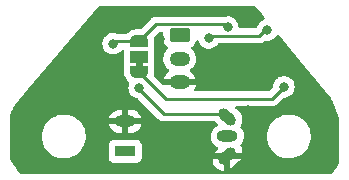
<source format=gbr>
%TF.GenerationSoftware,KiCad,Pcbnew,(7.0.0-0)*%
%TF.CreationDate,2023-03-02T14:09:57-08:00*%
%TF.ProjectId,Tap_Photosensor_PCB,5461705f-5068-46f7-946f-73656e736f72,rev?*%
%TF.SameCoordinates,Original*%
%TF.FileFunction,Copper,L2,Bot*%
%TF.FilePolarity,Positive*%
%FSLAX46Y46*%
G04 Gerber Fmt 4.6, Leading zero omitted, Abs format (unit mm)*
G04 Created by KiCad (PCBNEW (7.0.0-0)) date 2023-03-02 14:09:57*
%MOMM*%
%LPD*%
G01*
G04 APERTURE LIST*
G04 Aperture macros list*
%AMRoundRect*
0 Rectangle with rounded corners*
0 $1 Rounding radius*
0 $2 $3 $4 $5 $6 $7 $8 $9 X,Y pos of 4 corners*
0 Add a 4 corners polygon primitive as box body*
4,1,4,$2,$3,$4,$5,$6,$7,$8,$9,$2,$3,0*
0 Add four circle primitives for the rounded corners*
1,1,$1+$1,$2,$3*
1,1,$1+$1,$4,$5*
1,1,$1+$1,$6,$7*
1,1,$1+$1,$8,$9*
0 Add four rect primitives between the rounded corners*
20,1,$1+$1,$2,$3,$4,$5,0*
20,1,$1+$1,$4,$5,$6,$7,0*
20,1,$1+$1,$6,$7,$8,$9,0*
20,1,$1+$1,$8,$9,$2,$3,0*%
%AMHorizOval*
0 Thick line with rounded ends*
0 $1 width*
0 $2 $3 position (X,Y) of the first rounded end (center of the circle)*
0 $4 $5 position (X,Y) of the second rounded end (center of the circle)*
0 Add line between two ends*
20,1,$1,$2,$3,$4,$5,0*
0 Add two circle primitives to create the rounded ends*
1,1,$1,$2,$3*
1,1,$1,$4,$5*%
%AMFreePoly0*
4,1,19,0.550000,-0.750000,0.000000,-0.750000,0.000000,-0.744911,-0.071157,-0.744911,-0.207708,-0.704816,-0.327430,-0.627875,-0.420627,-0.520320,-0.479746,-0.390866,-0.500000,-0.250000,-0.500000,0.250000,-0.479746,0.390866,-0.420627,0.520320,-0.327430,0.627875,-0.207708,0.704816,-0.071157,0.744911,0.000000,0.744911,0.000000,0.750000,0.550000,0.750000,0.550000,-0.750000,0.550000,-0.750000,
$1*%
%AMFreePoly1*
4,1,19,0.000000,0.744911,0.071157,0.744911,0.207708,0.704816,0.327430,0.627875,0.420627,0.520320,0.479746,0.390866,0.500000,0.250000,0.500000,-0.250000,0.479746,-0.390866,0.420627,-0.520320,0.327430,-0.627875,0.207708,-0.704816,0.071157,-0.744911,0.000000,-0.744911,0.000000,-0.750000,-0.550000,-0.750000,-0.550000,0.750000,0.000000,0.750000,0.000000,0.744911,0.000000,0.744911,
$1*%
G04 Aperture macros list end*
%TA.AperFunction,ComponentPad*%
%ADD10RoundRect,0.250000X-0.625000X0.350000X-0.625000X-0.350000X0.625000X-0.350000X0.625000X0.350000X0*%
%TD*%
%TA.AperFunction,ComponentPad*%
%ADD11O,1.750000X1.200000*%
%TD*%
%TA.AperFunction,ComponentPad*%
%ADD12R,1.782000X0.958000*%
%TD*%
%TA.AperFunction,ComponentPad*%
%ADD13O,1.782000X0.958000*%
%TD*%
%TA.AperFunction,ComponentPad*%
%ADD14HorizOval,0.955000X0.279101X-0.263011X-0.279101X0.263011X0*%
%TD*%
%TA.AperFunction,ComponentPad*%
%ADD15HorizOval,0.955000X0.279101X0.263011X-0.279101X-0.263011X0*%
%TD*%
%TA.AperFunction,SMDPad,CuDef*%
%ADD16FreePoly0,90.000000*%
%TD*%
%TA.AperFunction,SMDPad,CuDef*%
%ADD17R,1.500000X1.000000*%
%TD*%
%TA.AperFunction,SMDPad,CuDef*%
%ADD18FreePoly1,90.000000*%
%TD*%
%TA.AperFunction,ViaPad*%
%ADD19C,0.800000*%
%TD*%
%TA.AperFunction,Conductor*%
%ADD20C,0.250000*%
%TD*%
G04 APERTURE END LIST*
%TO.C,JP1*%
G36*
X109550000Y-59650000D02*
G01*
X108950000Y-59650000D01*
X108950000Y-59150000D01*
X109550000Y-59150000D01*
X109550000Y-59650000D01*
G37*
%TD*%
D10*
%TO.P,J1,1,Pin_1*%
%TO.N,Vin*%
X112675000Y-56925000D03*
D11*
%TO.P,J1,2,Pin_2*%
%TO.N,SIG*%
X112674999Y-58924999D03*
%TO.P,J1,3,Pin_3*%
%TO.N,GND*%
X112674999Y-60924999D03*
%TD*%
D12*
%TO.P,U1,1,ANODE*%
%TO.N,Net-(U1-ANODE)*%
X108067999Y-66769999D03*
D13*
%TO.P,U1,2,CATHODE*%
%TO.N,GND*%
X108067999Y-64229999D03*
D14*
%TO.P,U1,3,VCC*%
%TO.N,+5V*%
X116731999Y-63846999D03*
D13*
%TO.P,U1,4,OUTPUT*%
%TO.N,SIG*%
X116731999Y-65499999D03*
D15*
%TO.P,U1,5,GROUND*%
%TO.N,GND*%
X116731999Y-67152999D03*
%TD*%
D16*
%TO.P,JP1,1,A*%
%TO.N,/fb*%
X109250000Y-60050000D03*
D17*
%TO.P,JP1,2,C*%
%TO.N,+5V*%
X109249999Y-58749999D03*
D18*
%TO.P,JP1,3,B*%
%TO.N,Vcc*%
X109250000Y-57450000D03*
%TD*%
D19*
%TO.N,GND*%
X118500000Y-63300000D03*
X102900000Y-61000000D03*
X111003608Y-57275500D03*
X106925000Y-55925000D03*
X106200000Y-67800000D03*
X122857350Y-60363974D03*
X118600000Y-68200000D03*
%TO.N,+5V*%
X109250000Y-58750000D03*
X109250000Y-61375000D03*
%TO.N,/fb*%
X121500000Y-61300000D03*
X120100000Y-56500000D03*
X115150000Y-57150000D03*
%TO.N,Vcc*%
X107042872Y-57649500D03*
X116752458Y-56250989D03*
%TD*%
D20*
%TO.N,+5V*%
X109250000Y-61375000D02*
X109250000Y-61500000D01*
X111345000Y-63595000D02*
X116465000Y-63595000D01*
X109250000Y-61500000D02*
X111345000Y-63595000D01*
%TO.N,/fb*%
X115324511Y-56975489D02*
X119424511Y-56975489D01*
X111500000Y-62300000D02*
X120500000Y-62300000D01*
X109250000Y-60050000D02*
X111500000Y-62300000D01*
X119900000Y-56500000D02*
X120100000Y-56500000D01*
X120500000Y-62300000D02*
X121500000Y-61300000D01*
X115150000Y-57150000D02*
X115324511Y-56975489D01*
X119424511Y-56975489D02*
X119900000Y-56500000D01*
%TO.N,Vcc*%
X110699520Y-56000480D02*
X116501949Y-56000480D01*
X107242372Y-57450000D02*
X107042872Y-57649500D01*
X109250000Y-57450000D02*
X110699520Y-56000480D01*
X109250000Y-57450000D02*
X107242372Y-57450000D01*
X116501949Y-56000480D02*
X116752458Y-56250989D01*
%TD*%
%TA.AperFunction,Conductor*%
%TO.N,GND*%
G36*
X119015367Y-54437528D02*
G01*
X119058835Y-54471316D01*
X119626762Y-55159711D01*
X119812562Y-55384924D01*
X119857054Y-55438853D01*
X119882561Y-55490389D01*
X119882513Y-55547892D01*
X119856919Y-55599385D01*
X119811110Y-55634143D01*
X119649286Y-55706192D01*
X119649272Y-55706199D01*
X119643248Y-55708882D01*
X119637907Y-55712762D01*
X119637906Y-55712763D01*
X119494091Y-55817250D01*
X119494083Y-55817256D01*
X119488747Y-55821134D01*
X119484330Y-55826039D01*
X119484325Y-55826044D01*
X119441407Y-55873710D01*
X119360960Y-55963056D01*
X119357661Y-55968769D01*
X119357658Y-55968774D01*
X119268776Y-56122722D01*
X119268773Y-56122726D01*
X119265473Y-56128444D01*
X119263435Y-56134715D01*
X119263431Y-56134725D01*
X119224375Y-56254926D01*
X119198178Y-56300300D01*
X119155790Y-56331096D01*
X119104542Y-56341989D01*
X117788978Y-56341989D01*
X117729825Y-56327240D01*
X117684519Y-56286447D01*
X117663668Y-56229160D01*
X117653082Y-56128444D01*
X117646000Y-56061061D01*
X117586985Y-55879433D01*
X117491498Y-55714045D01*
X117363711Y-55572123D01*
X117358369Y-55568242D01*
X117358366Y-55568239D01*
X117258852Y-55495938D01*
X117209210Y-55459871D01*
X117034746Y-55382195D01*
X117028293Y-55380823D01*
X117028289Y-55380822D01*
X116854401Y-55343861D01*
X116854398Y-55343860D01*
X116847945Y-55342489D01*
X116656971Y-55342489D01*
X116650523Y-55343859D01*
X116650509Y-55343861D01*
X116568883Y-55361211D01*
X116537812Y-55362038D01*
X116537759Y-55363749D01*
X116529833Y-55363499D01*
X116522006Y-55362260D01*
X116514122Y-55363005D01*
X116514114Y-55363005D01*
X116477988Y-55366421D01*
X116466130Y-55366980D01*
X110778287Y-55366980D01*
X110767103Y-55366452D01*
X110759611Y-55364778D01*
X110751685Y-55365027D01*
X110691521Y-55366918D01*
X110687563Y-55366980D01*
X110659664Y-55366980D01*
X110655739Y-55367475D01*
X110655718Y-55367477D01*
X110655644Y-55367487D01*
X110643833Y-55368416D01*
X110607554Y-55369556D01*
X110607546Y-55369557D01*
X110599631Y-55369806D01*
X110592020Y-55372016D01*
X110592013Y-55372018D01*
X110580168Y-55375459D01*
X110560823Y-55379465D01*
X110548592Y-55381010D01*
X110548579Y-55381013D01*
X110540723Y-55382006D01*
X110533359Y-55384921D01*
X110533349Y-55384924D01*
X110499612Y-55398282D01*
X110488385Y-55402126D01*
X110453538Y-55412250D01*
X110453533Y-55412252D01*
X110445927Y-55414462D01*
X110439110Y-55418492D01*
X110439101Y-55418497D01*
X110428480Y-55424778D01*
X110410741Y-55433469D01*
X110399269Y-55438011D01*
X110399266Y-55438012D01*
X110391903Y-55440928D01*
X110385496Y-55445582D01*
X110385492Y-55445585D01*
X110356131Y-55466917D01*
X110346213Y-55473431D01*
X110314985Y-55491899D01*
X110314977Y-55491905D01*
X110308158Y-55495938D01*
X110302556Y-55501538D01*
X110302549Y-55501545D01*
X110293828Y-55510266D01*
X110278807Y-55523095D01*
X110268827Y-55530346D01*
X110268818Y-55530353D01*
X110262413Y-55535008D01*
X110257365Y-55541108D01*
X110257356Y-55541118D01*
X110234220Y-55569084D01*
X110226233Y-55577861D01*
X109404726Y-56399368D01*
X109363852Y-56426680D01*
X109315634Y-56436271D01*
X109076397Y-56436271D01*
X109067408Y-56435950D01*
X109004488Y-56431450D01*
X109000000Y-56431129D01*
X108995512Y-56431450D01*
X108929125Y-56436197D01*
X108929097Y-56436200D01*
X108926888Y-56436358D01*
X108924669Y-56436676D01*
X108924660Y-56436678D01*
X108786807Y-56456498D01*
X108786785Y-56456501D01*
X108784573Y-56456820D01*
X108782386Y-56457295D01*
X108782368Y-56457299D01*
X108717348Y-56471444D01*
X108717344Y-56471444D01*
X108712950Y-56472401D01*
X108708748Y-56473967D01*
X108708735Y-56473972D01*
X108646370Y-56497233D01*
X108646349Y-56497241D01*
X108644273Y-56498016D01*
X108642253Y-56498938D01*
X108642230Y-56498948D01*
X108517584Y-56555873D01*
X108517579Y-56555875D01*
X108513488Y-56557744D01*
X108509708Y-56560172D01*
X108509701Y-56560177D01*
X108394263Y-56634364D01*
X108394252Y-56634371D01*
X108390482Y-56636795D01*
X108387086Y-56639736D01*
X108387084Y-56639739D01*
X108283528Y-56729469D01*
X108283514Y-56729481D01*
X108281821Y-56730949D01*
X108280237Y-56732532D01*
X108280223Y-56732546D01*
X108233173Y-56779596D01*
X108192296Y-56806909D01*
X108144078Y-56816500D01*
X107432338Y-56816500D01*
X107381090Y-56805607D01*
X107331194Y-56783392D01*
X107331189Y-56783390D01*
X107325160Y-56780706D01*
X107318707Y-56779334D01*
X107318703Y-56779333D01*
X107144815Y-56742372D01*
X107144812Y-56742371D01*
X107138359Y-56741000D01*
X106947385Y-56741000D01*
X106940932Y-56742371D01*
X106940928Y-56742372D01*
X106767040Y-56779333D01*
X106767033Y-56779335D01*
X106760584Y-56780706D01*
X106754554Y-56783390D01*
X106754553Y-56783391D01*
X106592150Y-56855697D01*
X106592147Y-56855698D01*
X106586120Y-56858382D01*
X106580779Y-56862262D01*
X106580778Y-56862263D01*
X106436963Y-56966750D01*
X106436955Y-56966756D01*
X106431619Y-56970634D01*
X106427202Y-56975539D01*
X106427197Y-56975544D01*
X106333400Y-57079717D01*
X106303832Y-57112556D01*
X106300533Y-57118269D01*
X106300530Y-57118274D01*
X106234075Y-57233378D01*
X106208345Y-57277944D01*
X106206306Y-57284218D01*
X106206302Y-57284228D01*
X106151369Y-57453294D01*
X106151367Y-57453301D01*
X106149330Y-57459572D01*
X106148640Y-57466133D01*
X106148640Y-57466135D01*
X106139700Y-57551197D01*
X106129368Y-57649500D01*
X106149330Y-57839428D01*
X106151367Y-57845700D01*
X106151369Y-57845705D01*
X106206302Y-58014771D01*
X106206305Y-58014778D01*
X106208345Y-58021056D01*
X106277463Y-58140772D01*
X106281391Y-58147576D01*
X106303832Y-58186444D01*
X106431619Y-58328366D01*
X106586120Y-58440618D01*
X106760584Y-58518294D01*
X106947385Y-58558000D01*
X107131756Y-58558000D01*
X107138359Y-58558000D01*
X107325160Y-58518294D01*
X107499624Y-58440618D01*
X107654125Y-58328366D01*
X107771865Y-58197602D01*
X107821580Y-58163816D01*
X107881292Y-58156907D01*
X107937410Y-58178448D01*
X107977162Y-58223538D01*
X107991500Y-58281913D01*
X107991500Y-59298638D01*
X107991859Y-59301985D01*
X107991860Y-59301988D01*
X107997169Y-59351374D01*
X107997169Y-59351378D01*
X107997543Y-59354856D01*
X107997544Y-59354858D01*
X107998011Y-59359201D01*
X107997765Y-59359227D01*
X107999718Y-59397849D01*
X107988027Y-59486659D01*
X107986271Y-59500000D01*
X107986271Y-60121889D01*
X108007080Y-60266622D01*
X108008348Y-60270940D01*
X108008349Y-60270944D01*
X108046318Y-60400257D01*
X108046320Y-60400263D01*
X108047587Y-60404577D01*
X108049451Y-60408660D01*
X108049455Y-60408669D01*
X108106461Y-60533494D01*
X108108330Y-60537586D01*
X108186062Y-60658540D01*
X108229989Y-60717220D01*
X108281821Y-60769051D01*
X108283515Y-60770519D01*
X108283527Y-60770530D01*
X108383537Y-60857187D01*
X108415471Y-60899704D01*
X108427022Y-60951609D01*
X108416577Y-61001530D01*
X108415473Y-61003444D01*
X108413435Y-61009713D01*
X108413433Y-61009720D01*
X108358497Y-61178794D01*
X108358495Y-61178801D01*
X108356458Y-61185072D01*
X108355768Y-61191633D01*
X108355768Y-61191635D01*
X108355616Y-61193085D01*
X108336496Y-61375000D01*
X108337186Y-61381565D01*
X108353890Y-61540500D01*
X108356458Y-61564928D01*
X108358495Y-61571200D01*
X108358497Y-61571205D01*
X108413430Y-61740271D01*
X108413433Y-61740278D01*
X108415473Y-61746556D01*
X108510960Y-61911944D01*
X108638747Y-62053866D01*
X108793248Y-62166118D01*
X108967712Y-62243794D01*
X109096523Y-62271173D01*
X109130448Y-62283689D01*
X109159421Y-62305325D01*
X110841342Y-63987246D01*
X110848884Y-63995533D01*
X110853000Y-64002018D01*
X110858779Y-64007444D01*
X110858780Y-64007446D01*
X110902667Y-64048658D01*
X110905508Y-64051412D01*
X110925230Y-64071134D01*
X110928414Y-64073604D01*
X110937437Y-64081309D01*
X110969679Y-64111586D01*
X110976628Y-64115406D01*
X110987429Y-64121344D01*
X111003959Y-64132202D01*
X111013694Y-64139754D01*
X111013697Y-64139756D01*
X111019959Y-64144613D01*
X111060536Y-64162172D01*
X111071171Y-64167381D01*
X111109940Y-64188695D01*
X111129566Y-64193734D01*
X111148259Y-64200134D01*
X111166855Y-64208181D01*
X111210518Y-64215095D01*
X111222129Y-64217500D01*
X111264970Y-64228500D01*
X111285231Y-64228500D01*
X111304939Y-64230050D01*
X111324943Y-64233219D01*
X111332835Y-64232473D01*
X111338062Y-64231979D01*
X111368954Y-64229058D01*
X111380811Y-64228500D01*
X115649125Y-64228500D01*
X115695611Y-64237389D01*
X115735538Y-64262801D01*
X115898716Y-64416572D01*
X115930867Y-64465625D01*
X115937328Y-64523918D01*
X115916699Y-64578822D01*
X115873452Y-64618438D01*
X115758552Y-64682212D01*
X115758538Y-64682221D01*
X115752963Y-64685316D01*
X115748120Y-64689473D01*
X115748115Y-64689477D01*
X115605419Y-64811978D01*
X115600576Y-64816136D01*
X115596671Y-64821180D01*
X115596667Y-64821185D01*
X115481556Y-64969897D01*
X115477642Y-64974954D01*
X115474829Y-64980688D01*
X115474825Y-64980695D01*
X115392007Y-65149530D01*
X115392003Y-65149539D01*
X115389194Y-65155267D01*
X115387595Y-65161440D01*
X115387592Y-65161450D01*
X115340453Y-65343513D01*
X115338853Y-65349694D01*
X115338529Y-65356066D01*
X115338529Y-65356072D01*
X115329004Y-65543893D01*
X115329004Y-65543898D01*
X115328681Y-65550274D01*
X115359093Y-65748796D01*
X115361310Y-65754783D01*
X115361312Y-65754789D01*
X115426624Y-65931137D01*
X115426626Y-65931142D01*
X115428845Y-65937132D01*
X115432226Y-65942556D01*
X115529793Y-66099088D01*
X115535082Y-66107572D01*
X115539482Y-66112201D01*
X115539483Y-66112202D01*
X115647347Y-66225675D01*
X115673452Y-66253138D01*
X115678698Y-66256789D01*
X115678699Y-66256790D01*
X115833048Y-66364220D01*
X115833052Y-66364222D01*
X115838293Y-66367870D01*
X115860959Y-66377596D01*
X115910008Y-66415110D01*
X115935343Y-66471424D01*
X115930878Y-66533014D01*
X115897686Y-66585085D01*
X115742972Y-66730880D01*
X115738564Y-66735477D01*
X115646508Y-66841773D01*
X115639200Y-66852177D01*
X115621010Y-66884617D01*
X115618098Y-66895982D01*
X115629433Y-66899000D01*
X117985712Y-66899000D01*
X117998342Y-66895852D01*
X118001053Y-66888423D01*
X118001055Y-66887927D01*
X117982879Y-66701149D01*
X117980375Y-66688693D01*
X117924976Y-66509405D01*
X117920010Y-66497694D01*
X117833968Y-66341078D01*
X117818543Y-66286410D01*
X117828696Y-66230523D01*
X117855577Y-66193995D01*
X117854172Y-66192660D01*
X117858578Y-66188023D01*
X117863424Y-66183864D01*
X117986358Y-66025046D01*
X118074806Y-65844733D01*
X118125147Y-65650306D01*
X118129333Y-65567765D01*
X120075788Y-65567765D01*
X120076290Y-65572332D01*
X120076291Y-65572344D01*
X120104910Y-65832444D01*
X120104911Y-65832453D01*
X120105414Y-65837018D01*
X120106576Y-65841463D01*
X120106577Y-65841468D01*
X120131587Y-65937132D01*
X120173928Y-66099088D01*
X120175725Y-66103318D01*
X120175728Y-66103325D01*
X120237424Y-66248506D01*
X120279870Y-66348390D01*
X120282265Y-66352315D01*
X120282266Y-66352316D01*
X120291758Y-66367870D01*
X120420982Y-66579610D01*
X120594255Y-66787820D01*
X120666082Y-66852177D01*
X120792561Y-66965503D01*
X120792565Y-66965506D01*
X120795998Y-66968582D01*
X121021910Y-67118044D01*
X121267176Y-67233020D01*
X121526569Y-67311060D01*
X121794561Y-67350500D01*
X121995330Y-67350500D01*
X121997631Y-67350500D01*
X122200156Y-67335677D01*
X122464553Y-67276780D01*
X122717558Y-67180014D01*
X122953777Y-67047441D01*
X123168177Y-66881888D01*
X123356186Y-66686881D01*
X123513799Y-66466579D01*
X123637656Y-66225675D01*
X123725118Y-65969305D01*
X123774319Y-65702933D01*
X123784212Y-65432235D01*
X123754586Y-65162982D01*
X123686072Y-64900912D01*
X123580130Y-64651610D01*
X123439018Y-64420390D01*
X123265745Y-64212180D01*
X123169698Y-64126122D01*
X123067438Y-64034496D01*
X123067432Y-64034491D01*
X123064002Y-64031418D01*
X122838090Y-63881956D01*
X122592824Y-63766980D01*
X122588420Y-63765655D01*
X122337843Y-63690267D01*
X122337838Y-63690265D01*
X122333431Y-63688940D01*
X122328874Y-63688269D01*
X122328868Y-63688268D01*
X122070000Y-63650171D01*
X122069996Y-63650170D01*
X122065439Y-63649500D01*
X121862369Y-63649500D01*
X121860098Y-63649666D01*
X121860076Y-63649667D01*
X121664438Y-63663986D01*
X121664427Y-63663987D01*
X121659844Y-63664323D01*
X121655353Y-63665323D01*
X121655349Y-63665324D01*
X121399939Y-63722219D01*
X121399934Y-63722220D01*
X121395447Y-63723220D01*
X121391149Y-63724863D01*
X121391145Y-63724865D01*
X121146746Y-63818339D01*
X121146735Y-63818343D01*
X121142442Y-63819986D01*
X121138434Y-63822235D01*
X121138422Y-63822241D01*
X120910232Y-63950308D01*
X120910221Y-63950314D01*
X120906223Y-63952559D01*
X120902589Y-63955364D01*
X120902586Y-63955367D01*
X120695466Y-64115298D01*
X120695458Y-64115305D01*
X120691823Y-64118112D01*
X120688632Y-64121421D01*
X120688625Y-64121428D01*
X120507011Y-64309802D01*
X120507004Y-64309809D01*
X120503814Y-64313119D01*
X120501136Y-64316861D01*
X120501131Y-64316868D01*
X120348885Y-64529668D01*
X120348878Y-64529677D01*
X120346201Y-64533421D01*
X120344097Y-64537512D01*
X120344091Y-64537523D01*
X120235345Y-64749037D01*
X120222344Y-64774325D01*
X120220856Y-64778684D01*
X120220854Y-64778691D01*
X120136371Y-65026327D01*
X120136367Y-65026341D01*
X120134882Y-65030695D01*
X120134044Y-65035228D01*
X120134044Y-65035231D01*
X120086517Y-65292537D01*
X120086515Y-65292546D01*
X120085681Y-65297067D01*
X120085513Y-65301656D01*
X120085512Y-65301668D01*
X120075956Y-65563161D01*
X120075788Y-65567765D01*
X118129333Y-65567765D01*
X118135319Y-65449726D01*
X118104907Y-65251204D01*
X118035155Y-65062868D01*
X117928918Y-64892428D01*
X117848903Y-64808252D01*
X117820061Y-64759336D01*
X117815626Y-64702722D01*
X117836499Y-64649914D01*
X117879731Y-64587225D01*
X117958012Y-64402603D01*
X117997527Y-64206001D01*
X117996657Y-64005470D01*
X117955439Y-63809219D01*
X117946078Y-63787665D01*
X117936520Y-63765655D01*
X117875559Y-63625283D01*
X117760288Y-63461191D01*
X117431332Y-63151199D01*
X117398870Y-63101269D01*
X117392965Y-63042008D01*
X117414937Y-62986654D01*
X117459877Y-62947575D01*
X117517745Y-62933500D01*
X120421233Y-62933500D01*
X120432416Y-62934027D01*
X120439909Y-62935702D01*
X120507985Y-62933562D01*
X120511945Y-62933500D01*
X120535894Y-62933500D01*
X120539856Y-62933500D01*
X120543856Y-62932994D01*
X120555699Y-62932061D01*
X120599889Y-62930673D01*
X120619333Y-62925023D01*
X120638702Y-62921012D01*
X120658797Y-62918474D01*
X120699915Y-62902193D01*
X120711117Y-62898357D01*
X120753593Y-62886018D01*
X120771039Y-62875699D01*
X120788769Y-62867013D01*
X120807617Y-62859552D01*
X120843387Y-62833561D01*
X120853298Y-62827051D01*
X120891362Y-62804542D01*
X120905688Y-62790215D01*
X120920717Y-62777378D01*
X120937107Y-62765472D01*
X120965298Y-62731393D01*
X120973268Y-62722634D01*
X121450499Y-62245404D01*
X121491377Y-62218091D01*
X121539595Y-62208500D01*
X121588884Y-62208500D01*
X121595487Y-62208500D01*
X121782288Y-62168794D01*
X121956752Y-62091118D01*
X122111253Y-61978866D01*
X122239040Y-61836944D01*
X122334527Y-61671556D01*
X122393542Y-61489928D01*
X122413504Y-61300000D01*
X122393542Y-61110072D01*
X122334527Y-60928444D01*
X122239040Y-60763056D01*
X122111253Y-60621134D01*
X122105911Y-60617253D01*
X122105908Y-60617250D01*
X122001470Y-60541372D01*
X121956752Y-60508882D01*
X121782288Y-60431206D01*
X121775835Y-60429834D01*
X121775831Y-60429833D01*
X121601943Y-60392872D01*
X121601940Y-60392871D01*
X121595487Y-60391500D01*
X121404513Y-60391500D01*
X121398060Y-60392871D01*
X121398056Y-60392872D01*
X121224168Y-60429833D01*
X121224161Y-60429835D01*
X121217712Y-60431206D01*
X121211682Y-60433890D01*
X121211681Y-60433891D01*
X121049278Y-60506197D01*
X121049275Y-60506198D01*
X121043248Y-60508882D01*
X121037907Y-60512762D01*
X121037906Y-60512763D01*
X120894091Y-60617250D01*
X120894083Y-60617256D01*
X120888747Y-60621134D01*
X120884330Y-60626039D01*
X120884325Y-60626044D01*
X120765379Y-60758148D01*
X120760960Y-60763056D01*
X120757661Y-60768769D01*
X120757658Y-60768774D01*
X120682066Y-60899704D01*
X120665473Y-60928444D01*
X120663434Y-60934718D01*
X120663430Y-60934728D01*
X120608497Y-61103794D01*
X120608495Y-61103801D01*
X120606458Y-61110072D01*
X120605768Y-61116631D01*
X120605768Y-61116634D01*
X120589093Y-61275291D01*
X120577509Y-61316364D01*
X120552879Y-61351215D01*
X120274500Y-61629595D01*
X120233622Y-61656909D01*
X120185404Y-61666500D01*
X114019542Y-61666500D01*
X113956542Y-61649619D01*
X113910423Y-61603500D01*
X113893542Y-61540500D01*
X113910423Y-61477500D01*
X113959453Y-61392576D01*
X113964421Y-61381697D01*
X114029700Y-61193085D01*
X114029727Y-61192973D01*
X114028289Y-61182973D01*
X114014759Y-61179000D01*
X111327095Y-61179000D01*
X111278877Y-61169409D01*
X111238000Y-61142095D01*
X110516186Y-60420281D01*
X110483195Y-60362345D01*
X110484386Y-60295685D01*
X110491652Y-60270940D01*
X110492920Y-60266622D01*
X110513729Y-60121889D01*
X110513729Y-59500000D01*
X110500280Y-59397849D01*
X110502236Y-59359227D01*
X110501989Y-59359201D01*
X110501988Y-59359201D01*
X110508500Y-59298638D01*
X110508500Y-58201362D01*
X110501989Y-58140799D01*
X110501989Y-58140798D01*
X110502235Y-58140772D01*
X110500280Y-58102149D01*
X110513729Y-58000000D01*
X110513729Y-57378111D01*
X110492920Y-57233378D01*
X110484384Y-57204310D01*
X110483195Y-57137653D01*
X110516184Y-57079719D01*
X110925020Y-56670884D01*
X110965898Y-56643571D01*
X111014116Y-56633980D01*
X111165500Y-56633980D01*
X111228500Y-56650861D01*
X111274619Y-56696980D01*
X111291500Y-56759980D01*
X111291500Y-57322338D01*
X111291500Y-57322357D01*
X111291501Y-57325544D01*
X111291825Y-57328721D01*
X111291826Y-57328729D01*
X111299430Y-57403168D01*
X111302113Y-57429426D01*
X111304272Y-57435943D01*
X111304274Y-57435950D01*
X111355577Y-57590774D01*
X111355578Y-57590776D01*
X111357885Y-57597738D01*
X111361732Y-57603976D01*
X111361735Y-57603981D01*
X111447116Y-57742404D01*
X111450970Y-57748652D01*
X111576348Y-57874030D01*
X111582596Y-57877883D01*
X111582595Y-57877883D01*
X111628350Y-57906105D01*
X111670435Y-57948834D01*
X111687999Y-58006179D01*
X111677062Y-58065148D01*
X111640101Y-58112381D01*
X111636292Y-58115376D01*
X111636286Y-58115381D01*
X111631568Y-58119092D01*
X111627638Y-58123626D01*
X111627633Y-58123632D01*
X111496867Y-58274543D01*
X111496861Y-58274550D01*
X111492935Y-58279082D01*
X111489933Y-58284281D01*
X111489932Y-58284283D01*
X111390089Y-58457217D01*
X111390086Y-58457223D01*
X111387087Y-58462418D01*
X111385125Y-58468086D01*
X111385123Y-58468091D01*
X111319811Y-58656796D01*
X111319809Y-58656804D01*
X111317847Y-58662473D01*
X111316993Y-58668410D01*
X111316991Y-58668420D01*
X111302886Y-58766526D01*
X111287719Y-58872016D01*
X111297792Y-59083474D01*
X111299207Y-59089307D01*
X111299208Y-59089313D01*
X111321592Y-59181579D01*
X111347702Y-59289204D01*
X111350196Y-59294665D01*
X111433150Y-59476311D01*
X111433152Y-59476315D01*
X111435644Y-59481771D01*
X111558441Y-59654215D01*
X111711654Y-59800303D01*
X111716699Y-59803545D01*
X111716700Y-59803546D01*
X111742249Y-59819966D01*
X111783247Y-59862964D01*
X111799984Y-59919968D01*
X111788741Y-59978305D01*
X111752015Y-60025005D01*
X111636633Y-60115742D01*
X111627986Y-60123987D01*
X111497276Y-60274834D01*
X111490340Y-60284574D01*
X111390546Y-60457424D01*
X111385578Y-60468302D01*
X111320299Y-60656914D01*
X111320272Y-60657026D01*
X111321710Y-60667026D01*
X111335241Y-60671000D01*
X114014216Y-60671000D01*
X114025281Y-60668454D01*
X114025146Y-60657096D01*
X114003238Y-60566792D01*
X113999332Y-60555504D01*
X113916414Y-60373939D01*
X113910439Y-60363591D01*
X113794660Y-60201001D01*
X113786835Y-60191971D01*
X113642384Y-60054237D01*
X113632988Y-60046848D01*
X113607780Y-60030648D01*
X113566781Y-59987649D01*
X113550043Y-59930644D01*
X113561287Y-59872306D01*
X113598012Y-59825607D01*
X113718432Y-59730908D01*
X113857065Y-59570918D01*
X113962913Y-59387582D01*
X114032153Y-59187527D01*
X114062281Y-58977984D01*
X114052208Y-58766526D01*
X114002298Y-58560796D01*
X113914356Y-58368229D01*
X113791559Y-58195785D01*
X113787216Y-58191644D01*
X113787211Y-58191638D01*
X113697819Y-58106403D01*
X113666511Y-58058698D01*
X113659456Y-58002075D01*
X113678101Y-57948146D01*
X113718619Y-57907974D01*
X113773652Y-57874030D01*
X113899030Y-57748652D01*
X113992115Y-57597738D01*
X114047100Y-57431800D01*
X114080878Y-57379186D01*
X114135793Y-57349286D01*
X114198321Y-57349467D01*
X114253062Y-57379686D01*
X114286536Y-57432499D01*
X114313431Y-57515273D01*
X114313432Y-57515277D01*
X114315473Y-57521556D01*
X114410960Y-57686944D01*
X114538747Y-57828866D01*
X114544089Y-57832747D01*
X114544091Y-57832749D01*
X114553284Y-57839428D01*
X114693248Y-57941118D01*
X114867712Y-58018794D01*
X115054513Y-58058500D01*
X115238884Y-58058500D01*
X115245487Y-58058500D01*
X115432288Y-58018794D01*
X115606752Y-57941118D01*
X115761253Y-57828866D01*
X115889040Y-57686944D01*
X115897674Y-57671988D01*
X115943792Y-57625870D01*
X116006793Y-57608989D01*
X119345744Y-57608989D01*
X119356927Y-57609516D01*
X119364420Y-57611191D01*
X119432496Y-57609051D01*
X119436456Y-57608989D01*
X119460405Y-57608989D01*
X119464367Y-57608989D01*
X119468367Y-57608483D01*
X119480210Y-57607550D01*
X119524400Y-57606162D01*
X119543844Y-57600512D01*
X119563213Y-57596501D01*
X119583308Y-57593963D01*
X119624426Y-57577682D01*
X119635628Y-57573846D01*
X119678104Y-57561507D01*
X119695550Y-57551188D01*
X119713280Y-57542502D01*
X119732128Y-57535041D01*
X119767898Y-57509050D01*
X119777809Y-57502540D01*
X119815873Y-57480031D01*
X119830199Y-57465704D01*
X119845228Y-57452867D01*
X119861618Y-57440961D01*
X119866675Y-57434846D01*
X119866975Y-57434566D01*
X119919347Y-57405055D01*
X119979428Y-57403168D01*
X120004513Y-57408500D01*
X120188884Y-57408500D01*
X120195487Y-57408500D01*
X120382288Y-57368794D01*
X120556752Y-57291118D01*
X120711253Y-57178866D01*
X120839040Y-57036944D01*
X120886778Y-56954257D01*
X120928416Y-56910853D01*
X120985436Y-56891696D01*
X121044839Y-56901156D01*
X121093088Y-56937077D01*
X122128101Y-58191638D01*
X123724227Y-60126336D01*
X123778280Y-60191854D01*
X123778649Y-60192304D01*
X124981127Y-61666500D01*
X125475259Y-62272289D01*
X125473591Y-62273649D01*
X125474006Y-62274130D01*
X125475624Y-62272732D01*
X125521305Y-62325576D01*
X125521813Y-62326167D01*
X125597686Y-62415210D01*
X125619756Y-62452685D01*
X126181365Y-63950308D01*
X126191977Y-63978605D01*
X126200000Y-64022847D01*
X126200000Y-67729538D01*
X126184926Y-67789299D01*
X126127354Y-67896163D01*
X126124174Y-67901722D01*
X126036815Y-68045821D01*
X126033356Y-68051213D01*
X125876650Y-68282326D01*
X125874445Y-68285474D01*
X125783189Y-68411600D01*
X125777677Y-68418673D01*
X125626010Y-68599643D01*
X125597517Y-68633643D01*
X125579674Y-68654933D01*
X125536388Y-68688179D01*
X125483104Y-68700000D01*
X99287942Y-68700000D01*
X99286104Y-68699528D01*
X99284487Y-68700000D01*
X99284396Y-68700000D01*
X99222263Y-68683615D01*
X99196453Y-68658412D01*
X99195613Y-68659212D01*
X99187173Y-68650340D01*
X99180645Y-68640082D01*
X99180708Y-68640024D01*
X99180393Y-68639686D01*
X99180369Y-68639648D01*
X99180342Y-68639629D01*
X99148820Y-68602913D01*
X99147988Y-68601934D01*
X98993872Y-68418673D01*
X98902221Y-68309690D01*
X98896704Y-68302631D01*
X98805485Y-68176943D01*
X98803309Y-68173848D01*
X98646483Y-67943230D01*
X98643011Y-67937833D01*
X98555665Y-67794138D01*
X98552486Y-67788595D01*
X98419990Y-67543249D01*
X98418216Y-67539840D01*
X98348641Y-67401005D01*
X98344914Y-67392851D01*
X98309611Y-67307727D01*
X98300000Y-67259461D01*
X98300000Y-65567765D01*
X101015788Y-65567765D01*
X101016290Y-65572332D01*
X101016291Y-65572344D01*
X101044910Y-65832444D01*
X101044911Y-65832453D01*
X101045414Y-65837018D01*
X101046576Y-65841463D01*
X101046577Y-65841468D01*
X101071587Y-65937132D01*
X101113928Y-66099088D01*
X101115725Y-66103318D01*
X101115728Y-66103325D01*
X101177424Y-66248506D01*
X101219870Y-66348390D01*
X101222265Y-66352315D01*
X101222266Y-66352316D01*
X101231758Y-66367870D01*
X101360982Y-66579610D01*
X101534255Y-66787820D01*
X101606082Y-66852177D01*
X101732561Y-66965503D01*
X101732565Y-66965506D01*
X101735998Y-66968582D01*
X101961910Y-67118044D01*
X102207176Y-67233020D01*
X102466569Y-67311060D01*
X102734561Y-67350500D01*
X102935330Y-67350500D01*
X102937631Y-67350500D01*
X103140156Y-67335677D01*
X103310918Y-67297638D01*
X106668500Y-67297638D01*
X106668859Y-67300985D01*
X106668860Y-67300988D01*
X106674168Y-67350367D01*
X106674169Y-67350373D01*
X106675011Y-67358201D01*
X106677762Y-67365578D01*
X106677763Y-67365580D01*
X106722962Y-67486763D01*
X106722964Y-67486766D01*
X106726111Y-67495204D01*
X106731508Y-67502414D01*
X106731510Y-67502417D01*
X106808191Y-67604850D01*
X106813739Y-67612261D01*
X106930796Y-67699889D01*
X107067799Y-67750989D01*
X107128362Y-67757500D01*
X109004269Y-67757500D01*
X109007638Y-67757500D01*
X109068201Y-67750989D01*
X109205204Y-67699889D01*
X109322261Y-67612261D01*
X109409889Y-67495204D01*
X109438658Y-67418072D01*
X115462944Y-67418072D01*
X115481120Y-67604850D01*
X115483624Y-67617306D01*
X115539023Y-67796594D01*
X115543989Y-67808305D01*
X115634341Y-67972766D01*
X115641558Y-67983232D01*
X115763173Y-68126146D01*
X115772351Y-68134946D01*
X115920238Y-68250448D01*
X115931002Y-68257222D01*
X116099118Y-68340593D01*
X116111013Y-68345057D01*
X116292473Y-68392881D01*
X116305037Y-68394861D01*
X116460847Y-68403441D01*
X116474311Y-68400487D01*
X116478000Y-68387209D01*
X116478000Y-68228248D01*
X116986000Y-68228248D01*
X116989075Y-68239558D01*
X117000317Y-68236234D01*
X117050400Y-68205318D01*
X117060489Y-68197578D01*
X117721018Y-67575128D01*
X117725435Y-67570522D01*
X117817491Y-67464226D01*
X117824799Y-67453822D01*
X117842989Y-67421382D01*
X117845901Y-67410017D01*
X117834567Y-67407000D01*
X117002590Y-67407000D01*
X116989506Y-67410506D01*
X116986000Y-67423590D01*
X116986000Y-68228248D01*
X116478000Y-68228248D01*
X116478000Y-67423590D01*
X116474493Y-67410506D01*
X116461410Y-67407000D01*
X115478288Y-67407000D01*
X115465657Y-67410147D01*
X115462946Y-67417576D01*
X115462944Y-67418072D01*
X109438658Y-67418072D01*
X109460989Y-67358201D01*
X109467500Y-67297638D01*
X109467500Y-66242362D01*
X109460989Y-66181799D01*
X109409889Y-66044796D01*
X109395104Y-66025046D01*
X109333353Y-65942556D01*
X109322261Y-65927739D01*
X109219041Y-65850469D01*
X109212417Y-65845510D01*
X109212414Y-65845508D01*
X109205204Y-65840111D01*
X109196766Y-65836964D01*
X109196763Y-65836962D01*
X109075580Y-65791763D01*
X109075578Y-65791762D01*
X109068201Y-65789011D01*
X109060373Y-65788169D01*
X109060367Y-65788168D01*
X109010988Y-65782860D01*
X109010985Y-65782859D01*
X109007638Y-65782500D01*
X107128362Y-65782500D01*
X107125015Y-65782859D01*
X107125011Y-65782860D01*
X107075632Y-65788168D01*
X107075625Y-65788169D01*
X107067799Y-65789011D01*
X107060423Y-65791761D01*
X107060419Y-65791763D01*
X106939236Y-65836962D01*
X106939230Y-65836965D01*
X106930796Y-65840111D01*
X106923588Y-65845506D01*
X106923582Y-65845510D01*
X106820950Y-65922340D01*
X106820946Y-65922343D01*
X106813739Y-65927739D01*
X106808343Y-65934946D01*
X106808340Y-65934950D01*
X106731510Y-66037582D01*
X106731506Y-66037588D01*
X106726111Y-66044796D01*
X106722965Y-66053230D01*
X106722962Y-66053236D01*
X106677763Y-66174419D01*
X106677761Y-66174423D01*
X106675011Y-66181799D01*
X106674169Y-66189625D01*
X106674168Y-66189632D01*
X106668860Y-66239011D01*
X106668500Y-66242362D01*
X106668500Y-67297638D01*
X103310918Y-67297638D01*
X103404553Y-67276780D01*
X103657558Y-67180014D01*
X103893777Y-67047441D01*
X104108177Y-66881888D01*
X104296186Y-66686881D01*
X104453799Y-66466579D01*
X104577656Y-66225675D01*
X104665118Y-65969305D01*
X104714319Y-65702933D01*
X104724212Y-65432235D01*
X104694586Y-65162982D01*
X104626072Y-64900912D01*
X104520130Y-64651610D01*
X104419526Y-64486765D01*
X106701526Y-64486765D01*
X106702845Y-64498287D01*
X106763078Y-64660919D01*
X106768677Y-64672334D01*
X106868099Y-64831842D01*
X106875880Y-64841893D01*
X107005380Y-64978127D01*
X107015022Y-64986404D01*
X107169289Y-65093778D01*
X107180410Y-65099951D01*
X107353131Y-65174071D01*
X107365265Y-65177878D01*
X107549371Y-65215713D01*
X107562025Y-65217000D01*
X107797410Y-65217000D01*
X107810493Y-65213493D01*
X107814000Y-65200410D01*
X108322000Y-65200410D01*
X108325506Y-65213493D01*
X108338590Y-65217000D01*
X108526854Y-65217000D01*
X108533233Y-65216676D01*
X108673352Y-65202428D01*
X108685799Y-65199870D01*
X108865146Y-65143599D01*
X108876823Y-65138588D01*
X109041157Y-65047374D01*
X109051597Y-65040108D01*
X109194217Y-64917674D01*
X109202968Y-64908468D01*
X109318016Y-64759836D01*
X109324747Y-64749037D01*
X109407521Y-64580294D01*
X109411935Y-64568374D01*
X109430165Y-64497967D01*
X109430454Y-64486575D01*
X109419356Y-64484000D01*
X108338590Y-64484000D01*
X108325506Y-64487506D01*
X108322000Y-64500590D01*
X108322000Y-65200410D01*
X107814000Y-65200410D01*
X107814000Y-64500590D01*
X107810493Y-64487506D01*
X107797410Y-64484000D01*
X106712792Y-64484000D01*
X106701526Y-64486765D01*
X104419526Y-64486765D01*
X104379018Y-64420390D01*
X104205745Y-64212180D01*
X104109698Y-64126122D01*
X104007438Y-64034496D01*
X104007432Y-64034491D01*
X104004002Y-64031418D01*
X103916344Y-63973424D01*
X106705545Y-63973424D01*
X106716644Y-63976000D01*
X107797410Y-63976000D01*
X107810493Y-63972493D01*
X107814000Y-63959410D01*
X108322000Y-63959410D01*
X108325506Y-63972493D01*
X108338590Y-63976000D01*
X109423208Y-63976000D01*
X109434473Y-63973234D01*
X109433154Y-63961712D01*
X109372921Y-63799080D01*
X109367322Y-63787665D01*
X109267900Y-63628157D01*
X109260119Y-63618106D01*
X109130619Y-63481872D01*
X109120977Y-63473595D01*
X108966710Y-63366221D01*
X108955589Y-63360048D01*
X108782868Y-63285928D01*
X108770734Y-63282121D01*
X108586628Y-63244286D01*
X108573975Y-63243000D01*
X108338590Y-63243000D01*
X108325506Y-63246506D01*
X108322000Y-63259590D01*
X108322000Y-63959410D01*
X107814000Y-63959410D01*
X107814000Y-63259590D01*
X107810493Y-63246506D01*
X107797410Y-63243000D01*
X107609146Y-63243000D01*
X107602766Y-63243323D01*
X107462647Y-63257571D01*
X107450200Y-63260129D01*
X107270853Y-63316400D01*
X107259176Y-63321411D01*
X107094842Y-63412625D01*
X107084402Y-63419891D01*
X106941782Y-63542325D01*
X106933031Y-63551531D01*
X106817983Y-63700163D01*
X106811252Y-63710962D01*
X106728478Y-63879705D01*
X106724064Y-63891625D01*
X106705834Y-63962032D01*
X106705545Y-63973424D01*
X103916344Y-63973424D01*
X103778090Y-63881956D01*
X103532824Y-63766980D01*
X103528420Y-63765655D01*
X103277843Y-63690267D01*
X103277838Y-63690265D01*
X103273431Y-63688940D01*
X103268874Y-63688269D01*
X103268868Y-63688268D01*
X103010000Y-63650171D01*
X103009996Y-63650170D01*
X103005439Y-63649500D01*
X102802369Y-63649500D01*
X102800098Y-63649666D01*
X102800076Y-63649667D01*
X102604438Y-63663986D01*
X102604427Y-63663987D01*
X102599844Y-63664323D01*
X102595353Y-63665323D01*
X102595349Y-63665324D01*
X102339939Y-63722219D01*
X102339934Y-63722220D01*
X102335447Y-63723220D01*
X102331149Y-63724863D01*
X102331145Y-63724865D01*
X102086746Y-63818339D01*
X102086735Y-63818343D01*
X102082442Y-63819986D01*
X102078434Y-63822235D01*
X102078422Y-63822241D01*
X101850232Y-63950308D01*
X101850221Y-63950314D01*
X101846223Y-63952559D01*
X101842589Y-63955364D01*
X101842586Y-63955367D01*
X101635466Y-64115298D01*
X101635458Y-64115305D01*
X101631823Y-64118112D01*
X101628632Y-64121421D01*
X101628625Y-64121428D01*
X101447011Y-64309802D01*
X101447004Y-64309809D01*
X101443814Y-64313119D01*
X101441136Y-64316861D01*
X101441131Y-64316868D01*
X101288885Y-64529668D01*
X101288878Y-64529677D01*
X101286201Y-64533421D01*
X101284097Y-64537512D01*
X101284091Y-64537523D01*
X101175345Y-64749037D01*
X101162344Y-64774325D01*
X101160856Y-64778684D01*
X101160854Y-64778691D01*
X101076371Y-65026327D01*
X101076367Y-65026341D01*
X101074882Y-65030695D01*
X101074044Y-65035228D01*
X101074044Y-65035231D01*
X101026517Y-65292537D01*
X101026515Y-65292546D01*
X101025681Y-65297067D01*
X101025513Y-65301656D01*
X101025512Y-65301668D01*
X101015956Y-65563161D01*
X101015788Y-65567765D01*
X98300000Y-65567765D01*
X98300000Y-63707304D01*
X98308374Y-63662136D01*
X98317081Y-63639464D01*
X98320118Y-63632243D01*
X98379756Y-63502074D01*
X98381124Y-63499193D01*
X98486887Y-63283874D01*
X98489399Y-63279038D01*
X98563279Y-63144290D01*
X98566045Y-63139504D01*
X98690636Y-62934671D01*
X98692366Y-62931911D01*
X98723699Y-62883394D01*
X98732006Y-62871991D01*
X99874274Y-61475886D01*
X99875772Y-61474092D01*
X105840551Y-54469808D01*
X105883647Y-54437112D01*
X105936481Y-54425500D01*
X118961642Y-54425500D01*
X119015367Y-54437528D01*
G37*
%TD.AperFunction*%
%TD*%
M02*

</source>
